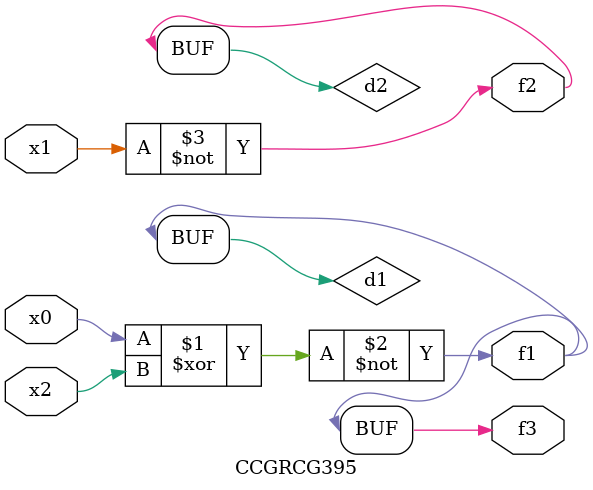
<source format=v>
module CCGRCG395(
	input x0, x1, x2,
	output f1, f2, f3
);

	wire d1, d2, d3;

	xnor (d1, x0, x2);
	nand (d2, x1);
	nor (d3, x1, x2);
	assign f1 = d1;
	assign f2 = d2;
	assign f3 = d1;
endmodule

</source>
